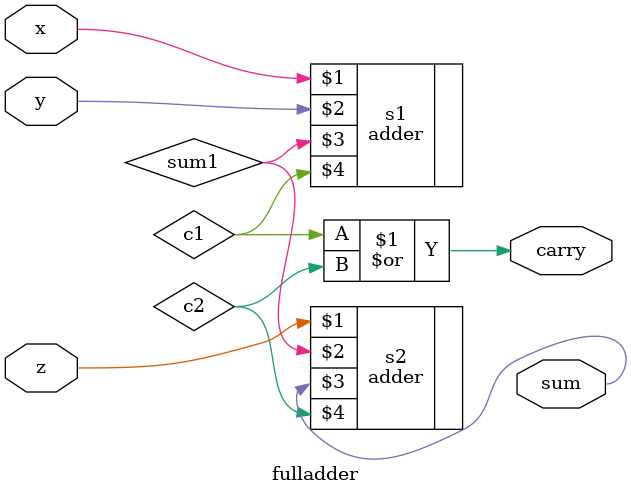
<source format=v>
module fulladder(input x, y, z, output sum, carry);
wire sum1, c1, c2;
adder s1(x,y,sum1,c1);
adder s2(z,sum1,sum,c2);
assign carry = c1|c2;
endmodule
</source>
